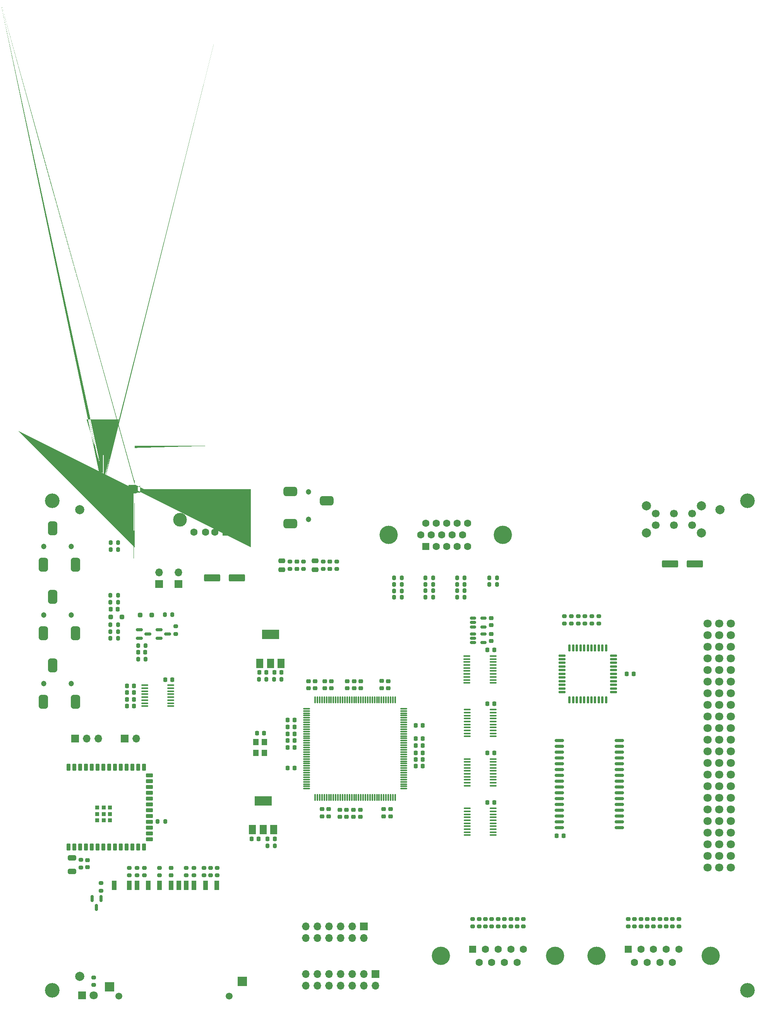
<source format=gts>
%TF.GenerationSoftware,KiCad,Pcbnew,(7.0.0)*%
%TF.CreationDate,2023-07-07T07:01:04-07:00*%
%TF.ProjectId,aquarius-plus,61717561-7269-4757-932d-706c75732e6b,rev?*%
%TF.SameCoordinates,Original*%
%TF.FileFunction,Soldermask,Top*%
%TF.FilePolarity,Negative*%
%FSLAX46Y46*%
G04 Gerber Fmt 4.6, Leading zero omitted, Abs format (unit mm)*
G04 Created by KiCad (PCBNEW (7.0.0)) date 2023-07-07 07:01:04*
%MOMM*%
%LPD*%
G01*
G04 APERTURE LIST*
G04 Aperture macros list*
%AMRoundRect*
0 Rectangle with rounded corners*
0 $1 Rounding radius*
0 $2 $3 $4 $5 $6 $7 $8 $9 X,Y pos of 4 corners*
0 Add a 4 corners polygon primitive as box body*
4,1,4,$2,$3,$4,$5,$6,$7,$8,$9,$2,$3,0*
0 Add four circle primitives for the rounded corners*
1,1,$1+$1,$2,$3*
1,1,$1+$1,$4,$5*
1,1,$1+$1,$6,$7*
1,1,$1+$1,$8,$9*
0 Add four rect primitives between the rounded corners*
20,1,$1+$1,$2,$3,$4,$5,0*
20,1,$1+$1,$4,$5,$6,$7,0*
20,1,$1+$1,$6,$7,$8,$9,0*
20,1,$1+$1,$8,$9,$2,$3,0*%
%AMFreePoly0*
4,1,205,1.200354,0.780354,1.200500,0.780000,1.200500,-0.775000,1.200354,-0.775354,1.200000,-0.775500,0.002000,-0.775500,0.001646,-0.775354,0.001500,-0.775000,0.001500,-0.774762,0.000000,-0.775000,-0.001500,-0.774762,-0.001500,-0.775000,-0.001503,-0.775009,-0.001500,-0.775020,-0.001580,-0.775194,-0.001646,-0.775354,-0.001655,-0.775357,-0.001660,-0.775368,-0.001839,-0.775433,-0.002000,-0.775500,
-0.002009,-0.775496,-0.002020,-0.775500,-0.027020,-0.774500,-0.027028,-0.774495,-0.027038,-0.774499,-0.053038,-0.772499,-0.053047,-0.772494,-0.053057,-0.772497,-0.079057,-0.769497,-0.079075,-0.769486,-0.079095,-0.769491,-0.105094,-0.764491,-0.105104,-0.764484,-0.105117,-0.764486,-0.130117,-0.758486,-0.130124,-0.758480,-0.130134,-0.758482,-0.155135,-0.751481,-0.155148,-0.751470,-0.155169,-0.751471,
-0.180169,-0.742470,-0.180177,-0.742462,-0.180192,-0.742462,-0.204192,-0.732462,-0.204198,-0.732455,-0.204208,-0.732455,-0.228208,-0.721455,-0.228223,-0.721437,-0.228246,-0.721435,-0.251246,-0.708435,-0.251248,-0.708431,-0.251254,-0.708431,-0.273254,-0.695430,-0.273267,-0.695412,-0.273291,-0.695407,-0.294291,-0.680407,-0.294295,-0.680400,-0.294303,-0.680398,-0.315303,-0.664398,-0.315310,-0.664385,
-0.315324,-0.664381,-0.335324,-0.647381,-0.335330,-0.647368,-0.335344,-0.647363,-0.354344,-0.629363,-0.354349,-0.629349,-0.354363,-0.629344,-0.372363,-0.610344,-0.372368,-0.610330,-0.372381,-0.610324,-0.389381,-0.590324,-0.389385,-0.590310,-0.389398,-0.590303,-0.405398,-0.569303,-0.405400,-0.569295,-0.405407,-0.569291,-0.420407,-0.548291,-0.420412,-0.548267,-0.420430,-0.548254,-0.433430,-0.526254,
-0.433430,-0.526249,-0.433435,-0.526246,-0.446435,-0.503246,-0.446437,-0.503224,-0.446454,-0.503209,-0.457455,-0.479208,-0.457455,-0.479198,-0.457462,-0.479192,-0.467462,-0.455192,-0.467462,-0.455178,-0.467470,-0.455170,-0.476470,-0.430169,-0.476469,-0.430150,-0.476481,-0.430135,-0.483481,-0.405135,-0.483479,-0.405125,-0.483486,-0.405117,-0.489486,-0.380117,-0.489484,-0.380104,-0.489491,-0.380094,
-0.494491,-0.354094,-0.494487,-0.354075,-0.494497,-0.354058,-0.497497,-0.328057,-0.497494,-0.328048,-0.497499,-0.328039,-0.499499,-0.302038,-0.499495,-0.302028,-0.499500,-0.302019,-0.500500,-0.275019,-0.500496,-0.275008,-0.500500,-0.275000,-0.500500,0.275000,-0.500496,0.275008,-0.500500,0.275019,-0.499500,0.301019,-0.499495,0.301028,-0.499499,0.301038,-0.497499,0.327039,-0.497494,0.327048,
-0.497497,0.327057,-0.494497,0.353058,-0.494487,0.353075,-0.494491,0.353094,-0.489491,0.379094,-0.489484,0.379104,-0.489486,0.379117,-0.483486,0.404117,-0.483482,0.404122,-0.483483,0.404130,-0.476483,0.430130,-0.476467,0.430150,-0.476468,0.430176,-0.467468,0.454176,-0.467462,0.454182,-0.467462,0.454192,-0.457462,0.478192,-0.457455,0.478198,-0.457455,0.478208,-0.446454,0.502209,
-0.446437,0.502224,-0.446435,0.502246,-0.433435,0.525246,-0.433424,0.525254,-0.433422,0.525268,-0.405422,0.569269,-0.405403,0.569281,-0.405398,0.569303,-0.389398,0.590303,-0.389385,0.590310,-0.389381,0.590324,-0.372381,0.610324,-0.372368,0.610330,-0.372363,0.610344,-0.354363,0.629344,-0.354349,0.629349,-0.354344,0.629363,-0.335344,0.647363,-0.335330,0.647368,-0.335324,0.647381,
-0.315324,0.664381,-0.315310,0.664385,-0.315303,0.664398,-0.294303,0.680398,-0.294280,0.680403,-0.294268,0.680422,-0.250268,0.708422,-0.250254,0.708424,-0.250246,0.708435,-0.227246,0.721435,-0.227223,0.721437,-0.227208,0.721455,-0.203208,0.732455,-0.203198,0.732455,-0.203192,0.732462,-0.179192,0.742462,-0.179182,0.742462,-0.179176,0.742468,-0.155176,0.751468,-0.155150,0.751467,
-0.155130,0.751483,-0.129130,0.758483,-0.129122,0.758482,-0.129117,0.758486,-0.104117,0.764486,-0.104104,0.764484,-0.104094,0.764491,-0.078095,0.769491,-0.078075,0.769486,-0.078057,0.769497,-0.052057,0.772497,-0.052047,0.772494,-0.052038,0.772499,-0.026038,0.774499,-0.026028,0.774495,-0.026019,0.774500,-0.000019,0.775500,-0.000008,0.775496,0.000000,0.775500,1.194500,0.775500,
1.194500,0.780000,1.194646,0.780354,1.195000,0.780500,1.200000,0.780500,1.200354,0.780354,1.200354,0.780354,$1*%
%AMFreePoly1*
4,1,205,-0.001646,0.775354,-0.001500,0.775000,-0.001500,0.774762,0.000000,0.775000,0.001500,0.774762,0.001500,0.775000,0.001503,0.775009,0.001500,0.775020,0.001580,0.775194,0.001646,0.775354,0.001655,0.775357,0.001660,0.775368,0.001839,0.775433,0.002000,0.775500,0.002009,0.775496,0.002020,0.775500,0.027020,0.774500,0.027028,0.774495,0.027038,0.774499,0.053039,0.772499,
0.053048,0.772494,0.053057,0.772497,0.079058,0.769497,0.079075,0.769487,0.079094,0.769491,0.105094,0.764491,0.105104,0.764484,0.105117,0.764486,0.130117,0.758486,0.130125,0.758479,0.130135,0.758481,0.155135,0.751481,0.155150,0.751469,0.155169,0.751470,0.180170,0.742470,0.180178,0.742462,0.180192,0.742462,0.204192,0.732462,0.204198,0.732455,0.204208,0.732455,
0.228209,0.721454,0.228224,0.721437,0.228246,0.721435,0.251246,0.708435,0.251249,0.708430,0.251254,0.708430,0.273254,0.695430,0.273267,0.695412,0.273291,0.695407,0.294291,0.680407,0.294295,0.680400,0.294303,0.680398,0.315303,0.664398,0.315310,0.664385,0.315324,0.664381,0.335324,0.647381,0.335330,0.647368,0.335344,0.647363,0.354344,0.629363,0.354349,0.629349,
0.354363,0.629344,0.372363,0.610344,0.372368,0.610330,0.372381,0.610324,0.389381,0.590324,0.389385,0.590310,0.389398,0.590303,0.405398,0.569303,0.405400,0.569295,0.405407,0.569291,0.420407,0.548291,0.420412,0.548267,0.420430,0.548254,0.433431,0.526254,0.433431,0.526248,0.433435,0.526246,0.446435,0.503246,0.446437,0.503223,0.446455,0.503208,0.457455,0.479208,
0.457455,0.479198,0.457462,0.479192,0.467462,0.455192,0.467462,0.455177,0.467470,0.455169,0.476471,0.430169,0.476470,0.430148,0.476481,0.430135,0.483482,0.405134,0.483480,0.405124,0.483486,0.405117,0.489486,0.380117,0.489484,0.380104,0.489491,0.380094,0.494491,0.354095,0.494486,0.354075,0.494497,0.354057,0.497497,0.328057,0.497494,0.328047,0.497499,0.328038,
0.499499,0.302038,0.499495,0.302028,0.499500,0.302019,0.500500,0.275018,0.500496,0.275008,0.500500,0.275000,0.500500,-0.275000,0.500496,-0.275008,0.500500,-0.275019,0.499500,-0.301019,0.499495,-0.301028,0.499499,-0.301038,0.497499,-0.327038,0.497494,-0.327047,0.497497,-0.327057,0.494497,-0.353057,0.494486,-0.353075,0.494491,-0.353095,0.489491,-0.379094,0.489484,-0.379104,
0.489486,-0.379117,0.483486,-0.404117,0.483482,-0.404122,0.483483,-0.404130,0.476483,-0.430130,0.476467,-0.430150,0.476468,-0.430176,0.467468,-0.454176,0.467462,-0.454182,0.467462,-0.454192,0.457462,-0.478192,0.457455,-0.478198,0.457455,-0.478208,0.446455,-0.502208,0.446437,-0.502223,0.446435,-0.502246,0.433435,-0.525246,0.433424,-0.525254,0.433422,-0.525268,0.405422,-0.569268,
0.405403,-0.569280,0.405398,-0.569303,0.389398,-0.590303,0.389385,-0.590310,0.389381,-0.590324,0.372381,-0.610324,0.372368,-0.610330,0.372363,-0.610344,0.354363,-0.629344,0.354349,-0.629349,0.354344,-0.629363,0.335344,-0.647363,0.335330,-0.647368,0.335324,-0.647381,0.315324,-0.664381,0.315310,-0.664385,0.315303,-0.664398,0.294303,-0.680398,0.294281,-0.680403,0.294269,-0.680422,
0.250268,-0.708422,0.250254,-0.708424,0.250246,-0.708435,0.227246,-0.721435,0.227224,-0.721437,0.227209,-0.721454,0.203208,-0.732455,0.203198,-0.732455,0.203192,-0.732462,0.179192,-0.742462,0.179182,-0.742462,0.179176,-0.742468,0.155176,-0.751468,0.155150,-0.751467,0.155130,-0.751483,0.129130,-0.758483,0.129122,-0.758482,0.129117,-0.758486,0.104117,-0.764486,0.104104,-0.764484,
0.104094,-0.764491,0.078094,-0.769491,0.078075,-0.769487,0.078058,-0.769497,0.052057,-0.772497,0.052048,-0.772494,0.052039,-0.772499,0.026038,-0.774499,0.026028,-0.774495,0.026019,-0.774500,0.000019,-0.775500,0.000008,-0.775496,0.000000,-0.775500,-1.194500,-0.775500,-1.194500,-0.780000,-1.194646,-0.780354,-1.195000,-0.780500,-1.200000,-0.780500,-1.200354,-0.780354,-1.200500,-0.780000,
-1.200500,0.775000,-1.200354,0.775354,-1.200000,0.775500,-0.002000,0.775500,-0.001646,0.775354,-0.001646,0.775354,$1*%
G04 Aperture macros list end*
%ADD10C,0.000100*%
%ADD11RoundRect,0.225000X0.250000X-0.225000X0.250000X0.225000X-0.250000X0.225000X-0.250000X-0.225000X0*%
%ADD12RoundRect,0.200000X0.275000X-0.200000X0.275000X0.200000X-0.275000X0.200000X-0.275000X-0.200000X0*%
%ADD13C,1.800000*%
%ADD14RoundRect,0.200000X-0.275000X0.200000X-0.275000X-0.200000X0.275000X-0.200000X0.275000X0.200000X0*%
%ADD15RoundRect,0.100000X-0.637500X-0.100000X0.637500X-0.100000X0.637500X0.100000X-0.637500X0.100000X0*%
%ADD16RoundRect,0.150000X0.875000X0.150000X-0.875000X0.150000X-0.875000X-0.150000X0.875000X-0.150000X0*%
%ADD17R,1.700000X1.700000*%
%ADD18O,1.700000X1.700000*%
%ADD19RoundRect,0.200000X-0.200000X-0.275000X0.200000X-0.275000X0.200000X0.275000X-0.200000X0.275000X0*%
%ADD20RoundRect,0.225000X-0.250000X0.225000X-0.250000X-0.225000X0.250000X-0.225000X0.250000X0.225000X0*%
%ADD21C,4.000000*%
%ADD22R,1.600000X1.600000*%
%ADD23C,1.600000*%
%ADD24R,1.500000X2.000000*%
%ADD25R,3.800000X2.000000*%
%ADD26RoundRect,0.075000X-0.075000X0.662500X-0.075000X-0.662500X0.075000X-0.662500X0.075000X0.662500X0*%
%ADD27RoundRect,0.075000X-0.662500X0.075000X-0.662500X-0.075000X0.662500X-0.075000X0.662500X0.075000X0*%
%ADD28C,3.200000*%
%ADD29RoundRect,0.225000X0.225000X0.250000X-0.225000X0.250000X-0.225000X-0.250000X0.225000X-0.250000X0*%
%ADD30RoundRect,0.225000X-0.225000X-0.250000X0.225000X-0.250000X0.225000X0.250000X-0.225000X0.250000X0*%
%ADD31RoundRect,0.250000X0.475000X-0.250000X0.475000X0.250000X-0.475000X0.250000X-0.475000X-0.250000X0*%
%ADD32RoundRect,0.150000X-0.587500X-0.150000X0.587500X-0.150000X0.587500X0.150000X-0.587500X0.150000X0*%
%ADD33RoundRect,0.200000X0.200000X0.275000X-0.200000X0.275000X-0.200000X-0.275000X0.200000X-0.275000X0*%
%ADD34C,1.200000*%
%ADD35RoundRect,0.500000X0.500000X-1.000000X0.500000X1.000000X-0.500000X1.000000X-0.500000X-1.000000X0*%
%ADD36C,2.000000*%
%ADD37C,1.700000*%
%ADD38R,0.400000X1.350000*%
%ADD39FreePoly0,180.000000*%
%ADD40O,1.300000X0.650000*%
%ADD41R,1.500000X1.550000*%
%ADD42FreePoly1,180.000000*%
%ADD43C,1.500000*%
%ADD44R,1.000000X2.000000*%
%ADD45RoundRect,0.000000X-0.500000X-1.000000X0.500000X-1.000000X0.500000X1.000000X-0.500000X1.000000X0*%
%ADD46R,2.000000X2.000000*%
%ADD47RoundRect,0.150000X-0.512500X-0.150000X0.512500X-0.150000X0.512500X0.150000X-0.512500X0.150000X0*%
%ADD48RoundRect,0.137500X0.600000X0.137500X-0.600000X0.137500X-0.600000X-0.137500X0.600000X-0.137500X0*%
%ADD49RoundRect,0.137500X0.137500X0.600000X-0.137500X0.600000X-0.137500X-0.600000X0.137500X-0.600000X0*%
%ADD50R,1.600000X1.500000*%
%ADD51C,3.000000*%
%ADD52R,1.800000X1.800000*%
%ADD53RoundRect,0.250000X1.500000X0.550000X-1.500000X0.550000X-1.500000X-0.550000X1.500000X-0.550000X0*%
%ADD54RoundRect,0.250000X0.250000X0.250000X-0.250000X0.250000X-0.250000X-0.250000X0.250000X-0.250000X0*%
%ADD55R,1.200000X1.400000*%
%ADD56RoundRect,0.250000X-0.650000X0.325000X-0.650000X-0.325000X0.650000X-0.325000X0.650000X0.325000X0*%
%ADD57RoundRect,0.500000X-1.000000X-0.500000X1.000000X-0.500000X1.000000X0.500000X-1.000000X0.500000X0*%
%ADD58RoundRect,0.225000X0.225000X0.525000X-0.225000X0.525000X-0.225000X-0.525000X0.225000X-0.525000X0*%
%ADD59RoundRect,0.225000X-0.525000X0.225000X-0.525000X-0.225000X0.525000X-0.225000X0.525000X0.225000X0*%
%ADD60RoundRect,0.225000X-0.225000X-0.525000X0.225000X-0.525000X0.225000X0.525000X-0.225000X0.525000X0*%
%ADD61RoundRect,0.225000X-0.225000X-0.225000X0.225000X-0.225000X0.225000X0.225000X-0.225000X0.225000X0*%
%ADD62RoundRect,0.150000X-0.150000X0.587500X-0.150000X-0.587500X0.150000X-0.587500X0.150000X0.587500X0*%
G04 APERTURE END LIST*
%TO.C,J1*%
G36*
X87093152Y-35585469D02*
G01*
X87119152Y-35587469D01*
X87145152Y-35590469D01*
X87171152Y-35595469D01*
X87196152Y-35601469D01*
X87222152Y-35608469D01*
X87246152Y-35617469D01*
X87270152Y-35627469D01*
X87294152Y-35638469D01*
X87317152Y-35651469D01*
X87339152Y-35665469D01*
X87361152Y-35679469D01*
X87382152Y-35695469D01*
X87402152Y-35712469D01*
X87421152Y-35730469D01*
X87439152Y-35749469D01*
X87456152Y-35769469D01*
X87472152Y-35790469D01*
X87486152Y-35812469D01*
X87500152Y-35834469D01*
X87513152Y-35857469D01*
X87524152Y-35881469D01*
X87534152Y-35905469D01*
X87543152Y-35929469D01*
X87550152Y-35955469D01*
X87556152Y-35980469D01*
X87561152Y-36006469D01*
X87564152Y-36032469D01*
X87566152Y-36058469D01*
X87567152Y-36084469D01*
X87567152Y-36834469D01*
X87566152Y-36860469D01*
X87564152Y-36886469D01*
X87561152Y-36912469D01*
X87556152Y-36938469D01*
X87550152Y-36963469D01*
X87543152Y-36989469D01*
X87534152Y-37013469D01*
X87524152Y-37037469D01*
X87513152Y-37061469D01*
X87500152Y-37084469D01*
X87486152Y-37106469D01*
X87472152Y-37128469D01*
X87456152Y-37149469D01*
X87439152Y-37169469D01*
X87421152Y-37188469D01*
X87402152Y-37206469D01*
X87382152Y-37223469D01*
X87361152Y-37239469D01*
X87339152Y-37253469D01*
X87317152Y-37267469D01*
X87294152Y-37280469D01*
X87270152Y-37291469D01*
X87246152Y-37301469D01*
X87222152Y-37310469D01*
X87196152Y-37317469D01*
X87171152Y-37323469D01*
X87145152Y-37328469D01*
X87119152Y-37331469D01*
X87093152Y-37333469D01*
X87067152Y-37334469D01*
X85667152Y-37334469D01*
X85667152Y-35584469D01*
X87067152Y-35584469D01*
X87093152Y-35585469D01*
G37*
D10*
X87093152Y-35585469D02*
X87119152Y-35587469D01*
X87145152Y-35590469D01*
X87171152Y-35595469D01*
X87196152Y-35601469D01*
X87222152Y-35608469D01*
X87246152Y-35617469D01*
X87270152Y-35627469D01*
X87294152Y-35638469D01*
X87317152Y-35651469D01*
X87339152Y-35665469D01*
X87361152Y-35679469D01*
X87382152Y-35695469D01*
X87402152Y-35712469D01*
X87421152Y-35730469D01*
X87439152Y-35749469D01*
X87456152Y-35769469D01*
X87472152Y-35790469D01*
X87486152Y-35812469D01*
X87500152Y-35834469D01*
X87513152Y-35857469D01*
X87524152Y-35881469D01*
X87534152Y-35905469D01*
X87543152Y-35929469D01*
X87550152Y-35955469D01*
X87556152Y-35980469D01*
X87561152Y-36006469D01*
X87564152Y-36032469D01*
X87566152Y-36058469D01*
X87567152Y-36084469D01*
X87567152Y-36834469D01*
X87566152Y-36860469D01*
X87564152Y-36886469D01*
X87561152Y-36912469D01*
X87556152Y-36938469D01*
X87550152Y-36963469D01*
X87543152Y-36989469D01*
X87534152Y-37013469D01*
X87524152Y-37037469D01*
X87513152Y-37061469D01*
X87500152Y-37084469D01*
X87486152Y-37106469D01*
X87472152Y-37128469D01*
X87456152Y-37149469D01*
X87439152Y-37169469D01*
X87421152Y-37188469D01*
X87402152Y-37206469D01*
X87382152Y-37223469D01*
X87361152Y-37239469D01*
X87339152Y-37253469D01*
X87317152Y-37267469D01*
X87294152Y-37280469D01*
X87270152Y-37291469D01*
X87246152Y-37301469D01*
X87222152Y-37310469D01*
X87196152Y-37317469D01*
X87171152Y-37323469D01*
X87145152Y-37328469D01*
X87119152Y-37331469D01*
X87093152Y-37333469D01*
X87067152Y-37334469D01*
X85667152Y-37334469D01*
X85667152Y-35584469D01*
X87067152Y-35584469D01*
X87093152Y-35585469D01*
G36*
X81267152Y-37334469D02*
G01*
X79867152Y-37334469D01*
X79841152Y-37333469D01*
X79815152Y-37331469D01*
X79789152Y-37328469D01*
X79763152Y-37323469D01*
X79738152Y-37317469D01*
X79712152Y-37310469D01*
X79688152Y-37301469D01*
X79664152Y-37291469D01*
X79640152Y-37280469D01*
X79617152Y-37267469D01*
X79595152Y-37253469D01*
X79573152Y-37239469D01*
X79552152Y-37223469D01*
X79532152Y-37206469D01*
X79513152Y-37188469D01*
X79495152Y-37169469D01*
X79478152Y-37149469D01*
X79462152Y-37128469D01*
X79448152Y-37106469D01*
X79434152Y-37084469D01*
X79421152Y-37061469D01*
X79410152Y-37037469D01*
X79400152Y-37013469D01*
X79391152Y-36989469D01*
X79384152Y-36963469D01*
X79378152Y-36938469D01*
X79373152Y-36912469D01*
X79370152Y-36886469D01*
X79368152Y-36860469D01*
X79367152Y-36834469D01*
X79367152Y-36084469D01*
X79368152Y-36058469D01*
X79370152Y-36032469D01*
X79373152Y-36006469D01*
X79378152Y-35980469D01*
X79384152Y-35955469D01*
X79391152Y-35929469D01*
X79400152Y-35905469D01*
X79410152Y-35881469D01*
X79421152Y-35857469D01*
X79434152Y-35834469D01*
X79448152Y-35812469D01*
X79462152Y-35790469D01*
X79478152Y-35769469D01*
X79495152Y-35749469D01*
X79513152Y-35730469D01*
X79532152Y-35712469D01*
X79552152Y-35695469D01*
X79573152Y-35679469D01*
X79595152Y-35665469D01*
X79617152Y-35651469D01*
X79640152Y-35638469D01*
X79664152Y-35627469D01*
X79688152Y-35617469D01*
X79712152Y-35608469D01*
X79738152Y-35601469D01*
X79763152Y-35595469D01*
X79789152Y-35590469D01*
X79815152Y-35587469D01*
X79841152Y-35585469D01*
X79867152Y-35584469D01*
X81267152Y-35584469D01*
X81267152Y-37334469D01*
G37*
X81267152Y-37334469D02*
X79867152Y-37334469D01*
X79841152Y-37333469D01*
X79815152Y-37331469D01*
X79789152Y-37328469D01*
X79763152Y-37323469D01*
X79738152Y-37317469D01*
X79712152Y-37310469D01*
X79688152Y-37301469D01*
X79664152Y-37291469D01*
X79640152Y-37280469D01*
X79617152Y-37267469D01*
X79595152Y-37253469D01*
X79573152Y-37239469D01*
X79552152Y-37223469D01*
X79532152Y-37206469D01*
X79513152Y-37188469D01*
X79495152Y-37169469D01*
X79478152Y-37149469D01*
X79462152Y-37128469D01*
X79448152Y-37106469D01*
X79434152Y-37084469D01*
X79421152Y-37061469D01*
X79410152Y-37037469D01*
X79400152Y-37013469D01*
X79391152Y-36989469D01*
X79384152Y-36963469D01*
X79378152Y-36938469D01*
X79373152Y-36912469D01*
X79370152Y-36886469D01*
X79368152Y-36860469D01*
X79367152Y-36834469D01*
X79367152Y-36084469D01*
X79368152Y-36058469D01*
X79370152Y-36032469D01*
X79373152Y-36006469D01*
X79378152Y-35980469D01*
X79384152Y-35955469D01*
X79391152Y-35929469D01*
X79400152Y-35905469D01*
X79410152Y-35881469D01*
X79421152Y-35857469D01*
X79434152Y-35834469D01*
X79448152Y-35812469D01*
X79462152Y-35790469D01*
X79478152Y-35769469D01*
X79495152Y-35749469D01*
X79513152Y-35730469D01*
X79532152Y-35712469D01*
X79552152Y-35695469D01*
X79573152Y-35679469D01*
X79595152Y-35665469D01*
X79617152Y-35651469D01*
X79640152Y-35638469D01*
X79664152Y-35627469D01*
X79688152Y-35617469D01*
X79712152Y-35608469D01*
X79738152Y-35601469D01*
X79763152Y-35595469D01*
X79789152Y-35590469D01*
X79815152Y-35587469D01*
X79841152Y-35585469D01*
X79867152Y-35584469D01*
X81267152Y-35584469D01*
X81267152Y-37334469D01*
%TD*%
D11*
%TO.C,C21*%
X140997000Y-79981200D03*
X140997000Y-78431200D03*
%TD*%
D12*
%TO.C,R66*%
X204645000Y-132080000D03*
X204645000Y-130430000D03*
%TD*%
D13*
%TO.C,J7*%
X214825000Y-65830000D03*
X212285000Y-65830000D03*
X217365000Y-65830000D03*
X214825000Y-68370000D03*
X212285000Y-68370000D03*
X217365000Y-68370000D03*
X214825000Y-70910000D03*
X212285000Y-70910000D03*
X217365000Y-70910000D03*
X214825000Y-73450000D03*
X212285000Y-73450000D03*
X217365000Y-73450000D03*
X214825000Y-75990000D03*
X212285000Y-75990000D03*
X217365000Y-75990000D03*
X214825000Y-78530000D03*
X212285000Y-78530000D03*
X217365000Y-78530000D03*
X214825000Y-81070000D03*
X212285000Y-81070000D03*
X217365000Y-81070000D03*
X214825000Y-83610000D03*
X212285000Y-83610000D03*
X217365000Y-83610000D03*
X214825000Y-86150000D03*
X212285000Y-86150000D03*
X217365000Y-86150000D03*
X214825000Y-88690000D03*
X212285000Y-88690000D03*
X217365000Y-88690000D03*
X214825000Y-91230000D03*
X212285000Y-91230000D03*
X217365000Y-91230000D03*
X214825000Y-93770000D03*
X212285000Y-93770000D03*
X217365000Y-93770000D03*
X214825000Y-96310000D03*
X212285000Y-96310000D03*
X217365000Y-96310000D03*
X214825000Y-98850000D03*
X212285000Y-98850000D03*
X217365000Y-98850000D03*
X214825000Y-101390000D03*
X212285000Y-101390000D03*
X217365000Y-101390000D03*
X214825000Y-103930000D03*
X212285000Y-103930000D03*
X217365000Y-103930000D03*
X214825000Y-106470000D03*
X212285000Y-106470000D03*
X217365000Y-106470000D03*
X214825000Y-109010000D03*
X212285000Y-109010000D03*
X217365000Y-109010000D03*
X214825000Y-111550000D03*
X212285000Y-111550000D03*
X217365000Y-111550000D03*
X214825000Y-114090000D03*
X212285000Y-114090000D03*
X217365000Y-114090000D03*
X214825000Y-116630000D03*
X212285000Y-116630000D03*
X217365000Y-116630000D03*
X214825000Y-119170000D03*
X212285000Y-119170000D03*
X217365000Y-119170000D03*
%TD*%
D14*
%TO.C,R24*%
X182497500Y-64238100D03*
X182497500Y-65888100D03*
%TD*%
D12*
%TO.C,R49*%
X75200000Y-119175000D03*
X75200000Y-117525000D03*
%TD*%
D15*
%TO.C,U5*%
X89194200Y-79361700D03*
X89194200Y-80011700D03*
X89194200Y-80661700D03*
X89194200Y-81311700D03*
X89194200Y-81961700D03*
X89194200Y-82611700D03*
X89194200Y-83261700D03*
X89194200Y-83911700D03*
X94919200Y-83911700D03*
X94919200Y-83261700D03*
X94919200Y-82611700D03*
X94919200Y-81961700D03*
X94919200Y-81311700D03*
X94919200Y-80661700D03*
X94919200Y-80011700D03*
X94919200Y-79361700D03*
%TD*%
D16*
%TO.C,U13*%
X192972700Y-110490000D03*
X192972700Y-109220000D03*
X192972700Y-107950000D03*
X192972700Y-106680000D03*
X192972700Y-105410000D03*
X192972700Y-104140000D03*
X192972700Y-102870000D03*
X192972700Y-101600000D03*
X192972700Y-100330000D03*
X192972700Y-99060000D03*
X192972700Y-97790000D03*
X192972700Y-96520000D03*
X192972700Y-95250000D03*
X192972700Y-93980000D03*
X192972700Y-92710000D03*
X192972700Y-91440000D03*
X179872700Y-91440000D03*
X179872700Y-92710000D03*
X179872700Y-93980000D03*
X179872700Y-95250000D03*
X179872700Y-96520000D03*
X179872700Y-97790000D03*
X179872700Y-99060000D03*
X179872700Y-100330000D03*
X179872700Y-101600000D03*
X179872700Y-102870000D03*
X179872700Y-104140000D03*
X179872700Y-105410000D03*
X179872700Y-106680000D03*
X179872700Y-107950000D03*
X179872700Y-109220000D03*
X179872700Y-110490000D03*
%TD*%
D17*
%TO.C,JP3*%
X84804199Y-91006999D03*
D18*
X87344199Y-91006999D03*
%TD*%
D14*
%TO.C,R47*%
X103611700Y-119273200D03*
X103611700Y-120923200D03*
%TD*%
D12*
%TO.C,R53*%
X165100000Y-132080000D03*
X165100000Y-130430000D03*
%TD*%
D19*
%TO.C,R20*%
X150609500Y-60120100D03*
X152259500Y-60120100D03*
%TD*%
%TO.C,R13*%
X157494300Y-57282000D03*
X159144300Y-57282000D03*
%TD*%
D20*
%TO.C,C46*%
X136350000Y-106562500D03*
X136350000Y-108112500D03*
%TD*%
D21*
%TO.C,J11*%
X187990000Y-138489700D03*
X212990000Y-138489700D03*
D22*
X194949999Y-137069699D03*
D23*
X197720000Y-137069700D03*
X200490000Y-137069700D03*
X203260000Y-137069700D03*
X206030000Y-137069700D03*
X196335000Y-139909700D03*
X199105000Y-139909700D03*
X201875000Y-139909700D03*
X204645000Y-139909700D03*
%TD*%
D12*
%TO.C,R64*%
X201875000Y-132080000D03*
X201875000Y-130430000D03*
%TD*%
%TO.C,R54*%
X166490000Y-132080000D03*
X166490000Y-130430000D03*
%TD*%
D11*
%TO.C,C4*%
X129699400Y-53898800D03*
X129699400Y-52348800D03*
%TD*%
D24*
%TO.C,U3*%
X114393326Y-74549999D03*
X116693326Y-74549999D03*
D25*
X116693326Y-68249999D03*
D24*
X118993326Y-74549999D03*
%TD*%
D20*
%TO.C,C52*%
X134850000Y-106562500D03*
X134850000Y-108112500D03*
%TD*%
D14*
%TO.C,R46*%
X102150300Y-119272500D03*
X102150300Y-120922500D03*
%TD*%
D26*
%TO.C,U6*%
X143970000Y-82550000D03*
X143470000Y-82550000D03*
X142970000Y-82550000D03*
X142470000Y-82550000D03*
X141970000Y-82550000D03*
X141470000Y-82550000D03*
X140970000Y-82550000D03*
X140470000Y-82550000D03*
X139970000Y-82550000D03*
X139470000Y-82550000D03*
X138970000Y-82550000D03*
X138470000Y-82550000D03*
X137970000Y-82550000D03*
X137470000Y-82550000D03*
X136970000Y-82550000D03*
X136470000Y-82550000D03*
X135970000Y-82550000D03*
X135470000Y-82550000D03*
X134970000Y-82550000D03*
X134470000Y-82550000D03*
X133970000Y-82550000D03*
X133470000Y-82550000D03*
X132970000Y-82550000D03*
X132470000Y-82550000D03*
X131970000Y-82550000D03*
X131470000Y-82550000D03*
X130970000Y-82550000D03*
X130470000Y-82550000D03*
X129970000Y-82550000D03*
X129470000Y-82550000D03*
X128970000Y-82550000D03*
X128470000Y-82550000D03*
X127970000Y-82550000D03*
X127470000Y-82550000D03*
X126970000Y-82550000D03*
X126470000Y-82550000D03*
D27*
X124557500Y-84462500D03*
X124557500Y-84962500D03*
X124557500Y-85462500D03*
X124557500Y-85962500D03*
X124557500Y-86462500D03*
X124557500Y-86962500D03*
X124557500Y-87462500D03*
X124557500Y-87962500D03*
X124557500Y-88462500D03*
X124557500Y-88962500D03*
X124557500Y-89462500D03*
X124557500Y-89962500D03*
X124557500Y-90462500D03*
X124557500Y-90962500D03*
X124557500Y-91462500D03*
X124557500Y-91962500D03*
X124557500Y-92462500D03*
X124557500Y-92962500D03*
X124557500Y-93462500D03*
X124557500Y-93962500D03*
X124557500Y-94462500D03*
X124557500Y-94962500D03*
X124557500Y-95462500D03*
X124557500Y-95962500D03*
X124557500Y-96462500D03*
X124557500Y-96962500D03*
X124557500Y-97462500D03*
X124557500Y-97962500D03*
X124557500Y-98462500D03*
X124557500Y-98962500D03*
X124557500Y-99462500D03*
X124557500Y-99962500D03*
X124557500Y-100462500D03*
X124557500Y-100962500D03*
X124557500Y-101462500D03*
X124557500Y-101962500D03*
D26*
X126470000Y-103875000D03*
X126970000Y-103875000D03*
X127470000Y-103875000D03*
X127970000Y-103875000D03*
X128470000Y-103875000D03*
X128970000Y-103875000D03*
X129470000Y-103875000D03*
X129970000Y-103875000D03*
X130470000Y-103875000D03*
X130970000Y-103875000D03*
X131470000Y-103875000D03*
X131970000Y-103875000D03*
X132470000Y-103875000D03*
X132970000Y-103875000D03*
X133470000Y-103875000D03*
X133970000Y-103875000D03*
X134470000Y-103875000D03*
X134970000Y-103875000D03*
X135470000Y-103875000D03*
X135970000Y-103875000D03*
X136470000Y-103875000D03*
X136970000Y-103875000D03*
X137470000Y-103875000D03*
X137970000Y-103875000D03*
X138470000Y-103875000D03*
X138970000Y-103875000D03*
X139470000Y-103875000D03*
X139970000Y-103875000D03*
X140470000Y-103875000D03*
X140970000Y-103875000D03*
X141470000Y-103875000D03*
X141970000Y-103875000D03*
X142470000Y-103875000D03*
X142970000Y-103875000D03*
X143470000Y-103875000D03*
X143970000Y-103875000D03*
D27*
X145882500Y-101962500D03*
X145882500Y-101462500D03*
X145882500Y-100962500D03*
X145882500Y-100462500D03*
X145882500Y-99962500D03*
X145882500Y-99462500D03*
X145882500Y-98962500D03*
X145882500Y-98462500D03*
X145882500Y-97962500D03*
X145882500Y-97462500D03*
X145882500Y-96962500D03*
X145882500Y-96462500D03*
X145882500Y-95962500D03*
X145882500Y-95462500D03*
X145882500Y-94962500D03*
X145882500Y-94462500D03*
X145882500Y-93962500D03*
X145882500Y-93462500D03*
X145882500Y-92962500D03*
X145882500Y-92462500D03*
X145882500Y-91962500D03*
X145882500Y-91462500D03*
X145882500Y-90962500D03*
X145882500Y-90462500D03*
X145882500Y-89962500D03*
X145882500Y-89462500D03*
X145882500Y-88962500D03*
X145882500Y-88462500D03*
X145882500Y-87962500D03*
X145882500Y-87462500D03*
X145882500Y-86962500D03*
X145882500Y-86462500D03*
X145882500Y-85962500D03*
X145882500Y-85462500D03*
X145882500Y-84962500D03*
X145882500Y-84462500D03*
%TD*%
D28*
%TO.C,H4*%
X221000000Y-146000000D03*
%TD*%
D19*
%TO.C,R15*%
X143738600Y-58716700D03*
X145388600Y-58716700D03*
%TD*%
D28*
%TO.C,H3*%
X69000000Y-146000000D03*
%TD*%
D14*
%TO.C,R25*%
X184000000Y-64238100D03*
X184000000Y-65888100D03*
%TD*%
D17*
%TO.C,JP1*%
X92349199Y-57250999D03*
D18*
X92349199Y-54710999D03*
%TD*%
D12*
%TO.C,R59*%
X194950000Y-132080000D03*
X194950000Y-130430000D03*
%TD*%
D29*
%TO.C,C47*%
X114100000Y-112925600D03*
X112550000Y-112925600D03*
%TD*%
D20*
%TO.C,C35*%
X133350000Y-106575000D03*
X133350000Y-108125000D03*
%TD*%
D30*
%TO.C,C55*%
X179296800Y-112226000D03*
X180846800Y-112226000D03*
%TD*%
D11*
%TO.C,C20*%
X125000000Y-79983800D03*
X125000000Y-78433800D03*
%TD*%
D31*
%TO.C,C3*%
X126449400Y-54073800D03*
X126449400Y-52173800D03*
%TD*%
D14*
%TO.C,R23*%
X181000000Y-64238100D03*
X181000000Y-65888100D03*
%TD*%
D19*
%TO.C,R22*%
X81675000Y-61200000D03*
X83325000Y-61200000D03*
%TD*%
D32*
%TO.C,Q2*%
X92300000Y-67200000D03*
X92300000Y-69100000D03*
X94175000Y-68150000D03*
%TD*%
D11*
%TO.C,C19*%
X136470000Y-79987500D03*
X136470000Y-78437500D03*
%TD*%
D12*
%TO.C,R4*%
X123945700Y-53957300D03*
X123945700Y-52307300D03*
%TD*%
D33*
%TO.C,R1*%
X83375000Y-48202700D03*
X81725000Y-48202700D03*
%TD*%
D34*
%TO.C,J6*%
X67100000Y-64000000D03*
X73100000Y-64000000D03*
D35*
X69020000Y-60000000D03*
X67020000Y-68000000D03*
X74020000Y-68000000D03*
%TD*%
D17*
%TO.C,J10*%
X137159999Y-132079999D03*
D18*
X137159999Y-134619999D03*
X134619999Y-132079999D03*
X134619999Y-134619999D03*
X132079999Y-132079999D03*
X132079999Y-134619999D03*
X129539999Y-132079999D03*
X129539999Y-134619999D03*
X126999999Y-132079999D03*
X126999999Y-134619999D03*
X124459999Y-132079999D03*
X124459999Y-134619999D03*
%TD*%
D19*
%TO.C,R18*%
X81675000Y-59690000D03*
X83325000Y-59690000D03*
%TD*%
D11*
%TO.C,C56*%
X94954900Y-120871400D03*
X94954900Y-119321400D03*
%TD*%
D29*
%TO.C,C48*%
X117625000Y-112925600D03*
X116075000Y-112925600D03*
%TD*%
D12*
%TO.C,R58*%
X172030000Y-132080000D03*
X172030000Y-130430000D03*
%TD*%
D29*
%TO.C,C45*%
X165685000Y-104941400D03*
X164135000Y-104941400D03*
%TD*%
D36*
%TO.C,FID1*%
X75000000Y-41000000D03*
%TD*%
D12*
%TO.C,R57*%
X170645000Y-132080000D03*
X170645000Y-130430000D03*
%TD*%
D19*
%TO.C,R33*%
X81675000Y-69100000D03*
X83325000Y-69100000D03*
%TD*%
D29*
%TO.C,C25*%
X86829400Y-79510100D03*
X85279400Y-79510100D03*
%TD*%
D36*
%TO.C,SW1*%
X210957500Y-46082500D03*
X210957500Y-40082500D03*
X198957500Y-46082500D03*
X198957500Y-40082500D03*
D37*
X208957500Y-44332500D03*
X204957500Y-44332500D03*
X200957500Y-44332500D03*
X208957500Y-41832500D03*
X204957500Y-41832500D03*
X200957500Y-41832500D03*
%TD*%
D29*
%TO.C,C26*%
X86825600Y-80962600D03*
X85275600Y-80962600D03*
%TD*%
D19*
%TO.C,R14*%
X164581300Y-57279100D03*
X166231300Y-57279100D03*
%TD*%
%TO.C,R39*%
X116025000Y-114425600D03*
X117675000Y-114425600D03*
%TD*%
%TO.C,R9*%
X157494300Y-55864900D03*
X159144300Y-55864900D03*
%TD*%
D29*
%TO.C,C41*%
X165685000Y-94131400D03*
X164135000Y-94131400D03*
%TD*%
D14*
%TO.C,R44*%
X98282900Y-119254000D03*
X98282900Y-120904000D03*
%TD*%
D29*
%TO.C,C30*%
X121995000Y-86962500D03*
X120445000Y-86962500D03*
%TD*%
D14*
%TO.C,R3*%
X120949400Y-52298800D03*
X120949400Y-53948800D03*
%TD*%
D11*
%TO.C,C15*%
X128550000Y-79987500D03*
X128550000Y-78437500D03*
%TD*%
D19*
%TO.C,R11*%
X143738600Y-57298300D03*
X145388600Y-57298300D03*
%TD*%
D17*
%TO.C,JP4*%
X73999999Y-90999999D03*
D18*
X76539999Y-90999999D03*
X79079999Y-90999999D03*
%TD*%
D30*
%TO.C,C40*%
X148445000Y-94100002D03*
X149995000Y-94100002D03*
%TD*%
D19*
%TO.C,R34*%
X87725000Y-73650000D03*
X89375000Y-73650000D03*
%TD*%
D38*
%TO.C,J1*%
X84767151Y-39159468D03*
X84117151Y-39159468D03*
X83467151Y-39159468D03*
X82817151Y-39159468D03*
X82167151Y-39159468D03*
D39*
X86967152Y-36459469D03*
D40*
X85967151Y-39159468D03*
D41*
X84467151Y-36459468D03*
X82467151Y-36459468D03*
D40*
X80967151Y-39159468D03*
D42*
X79967152Y-36459469D03*
%TD*%
D12*
%TO.C,R40*%
X85835800Y-120921600D03*
X85835800Y-119271600D03*
%TD*%
D14*
%TO.C,R27*%
X187000000Y-64225000D03*
X187000000Y-65875000D03*
%TD*%
D24*
%TO.C,U11*%
X112777499Y-110925599D03*
X115077499Y-110925599D03*
D25*
X115077499Y-104625599D03*
D24*
X117377499Y-110925599D03*
%TD*%
D29*
%TO.C,C33*%
X121983000Y-88476400D03*
X120433000Y-88476400D03*
%TD*%
D19*
%TO.C,R16*%
X150608400Y-58697000D03*
X152258400Y-58697000D03*
%TD*%
D29*
%TO.C,C29*%
X165685000Y-83351400D03*
X164135000Y-83351400D03*
%TD*%
D33*
%TO.C,R31*%
X83325000Y-67600000D03*
X81675000Y-67600000D03*
%TD*%
D17*
%TO.C,J13*%
X139699999Y-142499999D03*
D18*
X139699999Y-145039999D03*
X137159999Y-142499999D03*
X137159999Y-145039999D03*
X134619999Y-142499999D03*
X134619999Y-145039999D03*
X132079999Y-142499999D03*
X132079999Y-145039999D03*
X129539999Y-142499999D03*
X129539999Y-145039999D03*
X126999999Y-142499999D03*
X126999999Y-145039999D03*
X124459999Y-142499999D03*
X124459999Y-145039999D03*
%TD*%
D17*
%TO.C,JP2*%
X96589199Y-57250999D03*
D18*
X96589199Y-54710999D03*
%TD*%
D30*
%TO.C,C42*%
X148450000Y-95600000D03*
X150000000Y-95600000D03*
%TD*%
D34*
%TO.C,J8*%
X67100000Y-79000000D03*
X73100000Y-79000000D03*
D35*
X69020000Y-75000000D03*
X67020000Y-83000000D03*
X74020000Y-83000000D03*
%TD*%
D32*
%TO.C,Q1*%
X88012500Y-67200000D03*
X88012500Y-69100000D03*
X89887500Y-68150000D03*
%TD*%
D19*
%TO.C,R17*%
X157490500Y-58693000D03*
X159140500Y-58693000D03*
%TD*%
D20*
%TO.C,C49*%
X127970000Y-106437500D03*
X127970000Y-107987500D03*
%TD*%
D19*
%TO.C,R21*%
X157494300Y-60128100D03*
X159144300Y-60128100D03*
%TD*%
D12*
%TO.C,R51*%
X162335000Y-132080000D03*
X162335000Y-130430000D03*
%TD*%
D36*
%TO.C,FID3*%
X75000000Y-143000000D03*
%TD*%
D19*
%TO.C,R36*%
X114181627Y-78049300D03*
X115831627Y-78049300D03*
%TD*%
D20*
%TO.C,C57*%
X76659700Y-117575400D03*
X76659700Y-119125400D03*
%TD*%
D12*
%TO.C,R60*%
X196335000Y-132080000D03*
X196335000Y-130430000D03*
%TD*%
%TO.C,R68*%
X79650000Y-124275000D03*
X79650000Y-122625000D03*
%TD*%
D19*
%TO.C,R32*%
X81675000Y-66100000D03*
X83325000Y-66100000D03*
%TD*%
D14*
%TO.C,R69*%
X78000000Y-143225000D03*
X78000000Y-144875000D03*
%TD*%
D43*
%TO.C,J9*%
X83500000Y-147320000D03*
X107700000Y-147320000D03*
D44*
X102459999Y-123069999D03*
X99959999Y-123069999D03*
X96649999Y-123069999D03*
X94939999Y-123069999D03*
X92439999Y-123069999D03*
X89939999Y-123069999D03*
X87519999Y-123069999D03*
X85819999Y-123069999D03*
X104959999Y-123069999D03*
D45*
X98280000Y-123070000D03*
D44*
X82539999Y-123069999D03*
D46*
X110534999Y-144119999D03*
X81464999Y-145319999D03*
%TD*%
D47*
%TO.C,U2*%
X161035274Y-64686262D03*
X161035274Y-65636262D03*
X161035274Y-66586262D03*
X163310274Y-66586262D03*
X163310274Y-64686262D03*
%TD*%
D12*
%TO.C,R56*%
X169260000Y-132080000D03*
X169260000Y-130430000D03*
%TD*%
D14*
%TO.C,R43*%
X92411000Y-119257600D03*
X92411000Y-120907600D03*
%TD*%
D30*
%TO.C,C24*%
X194621300Y-76871400D03*
X196171300Y-76871400D03*
%TD*%
D14*
%TO.C,R26*%
X185500000Y-64238100D03*
X185500000Y-65888100D03*
%TD*%
D48*
%TO.C,U7*%
X191770000Y-80848100D03*
X191770000Y-80048100D03*
X191770000Y-79248100D03*
X191770000Y-78448100D03*
X191770000Y-77648100D03*
X191770000Y-76848100D03*
X191770000Y-76048100D03*
X191770000Y-75248100D03*
X191770000Y-74448100D03*
X191770000Y-73648100D03*
X191770000Y-72848100D03*
D49*
X190107500Y-71185600D03*
X189307500Y-71185600D03*
X188507500Y-71185600D03*
X187707500Y-71185600D03*
X186907500Y-71185600D03*
X186107500Y-71185600D03*
X185307500Y-71185600D03*
X184507500Y-71185600D03*
X183707500Y-71185600D03*
X182907500Y-71185600D03*
X182107500Y-71185600D03*
D48*
X180445000Y-72848100D03*
X180445000Y-73648100D03*
X180445000Y-74448100D03*
X180445000Y-75248100D03*
X180445000Y-76048100D03*
X180445000Y-76848100D03*
X180445000Y-77648100D03*
X180445000Y-78448100D03*
X180445000Y-79248100D03*
X180445000Y-80048100D03*
X180445000Y-80848100D03*
D49*
X182107500Y-82510600D03*
X182907500Y-82510600D03*
X183707500Y-82510600D03*
X184507500Y-82510600D03*
X185307500Y-82510600D03*
X186107500Y-82510600D03*
X186907500Y-82510600D03*
X187707500Y-82510600D03*
X188507500Y-82510600D03*
X189307500Y-82510600D03*
X190107500Y-82510600D03*
%TD*%
D19*
%TO.C,R35*%
X93575000Y-63950000D03*
X95225000Y-63950000D03*
%TD*%
D21*
%TO.C,J4*%
X167495000Y-46430000D03*
X142505000Y-46430000D03*
D22*
X150684999Y-48969999D03*
D23*
X152975000Y-48970000D03*
X155265000Y-48970000D03*
X157555000Y-48970000D03*
X159845000Y-48970000D03*
X149545000Y-46430000D03*
X151835000Y-46430000D03*
X154125000Y-46430000D03*
X156415000Y-46430000D03*
X158705000Y-46430000D03*
X150685000Y-43890000D03*
X152975000Y-43890000D03*
X155265000Y-43890000D03*
X157555000Y-43890000D03*
X159845000Y-43890000D03*
%TD*%
D15*
%TO.C,U4*%
X159684100Y-72980000D03*
X159684100Y-73630000D03*
X159684100Y-74280000D03*
X159684100Y-74930000D03*
X159684100Y-75580000D03*
X159684100Y-76230000D03*
X159684100Y-76880000D03*
X159684100Y-77530000D03*
X159684100Y-78180000D03*
X159684100Y-78830000D03*
X165409100Y-78830000D03*
X165409100Y-78180000D03*
X165409100Y-77530000D03*
X165409100Y-76880000D03*
X165409100Y-76230000D03*
X165409100Y-75580000D03*
X165409100Y-74930000D03*
X165409100Y-74280000D03*
X165409100Y-73630000D03*
X165409100Y-72980000D03*
%TD*%
D30*
%TO.C,C37*%
X148445000Y-91012500D03*
X149995000Y-91012500D03*
%TD*%
%TO.C,C39*%
X148445000Y-92512500D03*
X149995000Y-92512500D03*
%TD*%
D12*
%TO.C,R65*%
X203260000Y-132080000D03*
X203260000Y-130430000D03*
%TD*%
%TO.C,R6*%
X131206600Y-53943400D03*
X131206600Y-52293400D03*
%TD*%
D50*
%TO.C,J2*%
X106999999Y-45859999D03*
D23*
X104500000Y-45860000D03*
X102500000Y-45860000D03*
X100000000Y-45860000D03*
D51*
X110070000Y-43150000D03*
X96930000Y-43150000D03*
%TD*%
D28*
%TO.C,H1*%
X69000000Y-39000000D03*
%TD*%
D15*
%TO.C,U9*%
X159697500Y-95456400D03*
X159697500Y-96106400D03*
X159697500Y-96756400D03*
X159697500Y-97406400D03*
X159697500Y-98056400D03*
X159697500Y-98706400D03*
X159697500Y-99356400D03*
X159697500Y-100006400D03*
X159697500Y-100656400D03*
X159697500Y-101306400D03*
X165422500Y-101306400D03*
X165422500Y-100656400D03*
X165422500Y-100006400D03*
X165422500Y-99356400D03*
X165422500Y-98706400D03*
X165422500Y-98056400D03*
X165422500Y-97406400D03*
X165422500Y-96756400D03*
X165422500Y-96106400D03*
X165422500Y-95456400D03*
%TD*%
D12*
%TO.C,R62*%
X199105000Y-132080000D03*
X199105000Y-130430000D03*
%TD*%
%TO.C,R61*%
X197720000Y-132080000D03*
X197720000Y-130430000D03*
%TD*%
D14*
%TO.C,R45*%
X99981100Y-119267600D03*
X99981100Y-120917600D03*
%TD*%
D11*
%TO.C,C14*%
X126470000Y-79987500D03*
X126470000Y-78437500D03*
%TD*%
D29*
%TO.C,C43*%
X121995000Y-97462500D03*
X120445000Y-97462500D03*
%TD*%
D20*
%TO.C,C51*%
X131850000Y-106562500D03*
X131850000Y-108112500D03*
%TD*%
D52*
%TO.C,D3*%
X75499999Y-147174999D03*
D13*
X78040000Y-147175000D03*
%TD*%
D15*
%TO.C,U8*%
X159697500Y-84676400D03*
X159697500Y-85326400D03*
X159697500Y-85976400D03*
X159697500Y-86626400D03*
X159697500Y-87276400D03*
X159697500Y-87926400D03*
X159697500Y-88576400D03*
X159697500Y-89226400D03*
X159697500Y-89876400D03*
X159697500Y-90526400D03*
X165422500Y-90526400D03*
X165422500Y-89876400D03*
X165422500Y-89226400D03*
X165422500Y-88576400D03*
X165422500Y-87926400D03*
X165422500Y-87276400D03*
X165422500Y-86626400D03*
X165422500Y-85976400D03*
X165422500Y-85326400D03*
X165422500Y-84676400D03*
%TD*%
D19*
%TO.C,R12*%
X150609500Y-57273900D03*
X152259500Y-57273900D03*
%TD*%
%TO.C,R19*%
X143738600Y-60135000D03*
X145388600Y-60135000D03*
%TD*%
D29*
%TO.C,C27*%
X86825600Y-82421800D03*
X85275600Y-82421800D03*
%TD*%
D14*
%TO.C,R5*%
X128199400Y-52298800D03*
X128199400Y-53948800D03*
%TD*%
D30*
%TO.C,C6*%
X81725000Y-62700000D03*
X83275000Y-62700000D03*
%TD*%
D28*
%TO.C,H2*%
X221000000Y-39000000D03*
%TD*%
D33*
%TO.C,R2*%
X83375000Y-49702700D03*
X81725000Y-49702700D03*
%TD*%
D29*
%TO.C,C36*%
X121995000Y-91462500D03*
X120445000Y-91462500D03*
%TD*%
%TO.C,C10*%
X165671600Y-71655000D03*
X164121600Y-71655000D03*
%TD*%
D53*
%TO.C,C7*%
X109380000Y-55880000D03*
X103980000Y-55880000D03*
%TD*%
D29*
%TO.C,C23*%
X95202000Y-78139900D03*
X93652000Y-78139900D03*
%TD*%
D11*
%TO.C,C2*%
X122449400Y-53898800D03*
X122449400Y-52348800D03*
%TD*%
D54*
%TO.C,D2*%
X90700000Y-64000000D03*
X88200000Y-64000000D03*
%TD*%
D55*
%TO.C,X1*%
X113499999Y-91749999D03*
X113499999Y-94149999D03*
X115399999Y-94149999D03*
X115399999Y-91749999D03*
%TD*%
D30*
%TO.C,C31*%
X148446200Y-88090600D03*
X149996200Y-88090600D03*
%TD*%
D20*
%TO.C,C53*%
X142950000Y-106443000D03*
X142950000Y-107993000D03*
%TD*%
D11*
%TO.C,C16*%
X130050000Y-79987500D03*
X130050000Y-78437500D03*
%TD*%
D29*
%TO.C,C38*%
X121995100Y-92991200D03*
X120445100Y-92991200D03*
%TD*%
%TO.C,C11*%
X89325000Y-72150000D03*
X87775000Y-72150000D03*
%TD*%
D15*
%TO.C,U12*%
X159697500Y-106266400D03*
X159697500Y-106916400D03*
X159697500Y-107566400D03*
X159697500Y-108216400D03*
X159697500Y-108866400D03*
X159697500Y-109516400D03*
X159697500Y-110166400D03*
X159697500Y-110816400D03*
X159697500Y-111466400D03*
X159697500Y-112116400D03*
X165422500Y-112116400D03*
X165422500Y-111466400D03*
X165422500Y-110816400D03*
X165422500Y-110166400D03*
X165422500Y-109516400D03*
X165422500Y-108866400D03*
X165422500Y-108216400D03*
X165422500Y-107566400D03*
X165422500Y-106916400D03*
X165422500Y-106266400D03*
%TD*%
D56*
%TO.C,C58*%
X73250000Y-117125000D03*
X73250000Y-120075000D03*
%TD*%
D29*
%TO.C,C28*%
X86829400Y-83887900D03*
X85279400Y-83887900D03*
%TD*%
D20*
%TO.C,C9*%
X165003774Y-64645562D03*
X165003774Y-66195562D03*
%TD*%
D34*
%TO.C,J3*%
X125000000Y-37100000D03*
X125000000Y-43100000D03*
D57*
X129000000Y-39020000D03*
X121000000Y-37020000D03*
X121000000Y-44020000D03*
%TD*%
D14*
%TO.C,R42*%
X89130700Y-119266700D03*
X89130700Y-120916700D03*
%TD*%
D29*
%TO.C,C32*%
X115325000Y-89820000D03*
X113775000Y-89820000D03*
%TD*%
%TO.C,C13*%
X119081627Y-76549300D03*
X117531627Y-76549300D03*
%TD*%
D12*
%TO.C,R50*%
X160950000Y-132080000D03*
X160950000Y-130430000D03*
%TD*%
D20*
%TO.C,C50*%
X129426100Y-106435300D03*
X129426100Y-107985300D03*
%TD*%
D12*
%TO.C,R30*%
X95950000Y-68125000D03*
X95950000Y-66475000D03*
%TD*%
D21*
%TO.C,J12*%
X153990000Y-138489700D03*
X178990000Y-138489700D03*
D22*
X160949999Y-137069699D03*
D23*
X163720000Y-137069700D03*
X166490000Y-137069700D03*
X169260000Y-137069700D03*
X172030000Y-137069700D03*
X162335000Y-139909700D03*
X165105000Y-139909700D03*
X167875000Y-139909700D03*
X170645000Y-139909700D03*
%TD*%
D19*
%TO.C,R37*%
X117481627Y-78049300D03*
X119131627Y-78049300D03*
%TD*%
%TO.C,R7*%
X143738600Y-55880000D03*
X145388600Y-55880000D03*
%TD*%
%TO.C,R10*%
X164579500Y-55866000D03*
X166229500Y-55866000D03*
%TD*%
D58*
%TO.C,U10*%
X72490000Y-114750000D03*
X73760000Y-114750000D03*
X75030000Y-114750000D03*
X76300000Y-114750000D03*
X77570000Y-114750000D03*
X78840000Y-114750000D03*
X80110000Y-114750000D03*
X81380000Y-114750000D03*
X82650000Y-114750000D03*
X83920000Y-114750000D03*
X85190000Y-114750000D03*
X86460000Y-114750000D03*
X87730000Y-114750000D03*
X89000000Y-114750000D03*
D59*
X90250000Y-112985000D03*
X90250000Y-111715000D03*
X90250000Y-110445000D03*
X90250000Y-109175000D03*
X90250000Y-107905000D03*
X90250000Y-106635000D03*
X90250000Y-105365000D03*
X90250000Y-104095000D03*
X90250000Y-102825000D03*
X90250000Y-101555000D03*
X90250000Y-100285000D03*
X90250000Y-99015000D03*
D60*
X89000000Y-97250000D03*
X87730000Y-97250000D03*
X86460000Y-97250000D03*
X85190000Y-97250000D03*
X83920000Y-97250000D03*
X82650000Y-97250000D03*
X81380000Y-97250000D03*
X80110000Y-97250000D03*
X78840000Y-97250000D03*
X77570000Y-97250000D03*
X76300000Y-97250000D03*
X75030000Y-97250000D03*
X73760000Y-97250000D03*
X72490000Y-97250000D03*
D61*
X78810000Y-108900000D03*
X80210000Y-108900000D03*
X81610000Y-108900000D03*
X78810000Y-107500000D03*
X80210000Y-107500000D03*
X81610000Y-107500000D03*
X78810000Y-106100000D03*
X80210000Y-106100000D03*
X81610000Y-106100000D03*
%TD*%
D12*
%TO.C,R55*%
X167875000Y-132080000D03*
X167875000Y-130430000D03*
%TD*%
D29*
%TO.C,C12*%
X115781627Y-76549300D03*
X114231627Y-76549300D03*
%TD*%
D20*
%TO.C,C54*%
X141470000Y-106437500D03*
X141470000Y-107987500D03*
%TD*%
D11*
%TO.C,C22*%
X142470000Y-79987500D03*
X142470000Y-78437500D03*
%TD*%
D62*
%TO.C,Q3*%
X79600000Y-126012500D03*
X77700000Y-126012500D03*
X78650000Y-127887500D03*
%TD*%
D14*
%TO.C,R28*%
X188500000Y-64238100D03*
X188500000Y-65888100D03*
%TD*%
D12*
%TO.C,R52*%
X163720000Y-132080000D03*
X163720000Y-130430000D03*
%TD*%
D20*
%TO.C,C8*%
X164950000Y-68125000D03*
X164950000Y-69675000D03*
%TD*%
D34*
%TO.C,J5*%
X67100000Y-49000000D03*
X73100000Y-49000000D03*
D35*
X69020000Y-45000000D03*
X67020000Y-53000000D03*
X74020000Y-53000000D03*
%TD*%
D31*
%TO.C,C1*%
X119199400Y-54073800D03*
X119199400Y-52173800D03*
%TD*%
D12*
%TO.C,R48*%
X105068300Y-120922500D03*
X105068300Y-119272500D03*
%TD*%
D30*
%TO.C,C44*%
X148448800Y-97058300D03*
X149998800Y-97058300D03*
%TD*%
D12*
%TO.C,R67*%
X206030000Y-132080000D03*
X206030000Y-130430000D03*
%TD*%
D29*
%TO.C,C34*%
X121979100Y-89983200D03*
X120429100Y-89983200D03*
%TD*%
D12*
%TO.C,R63*%
X200490000Y-132080000D03*
X200490000Y-130430000D03*
%TD*%
D14*
%TO.C,R41*%
X87505300Y-119269100D03*
X87505300Y-120919100D03*
%TD*%
D33*
%TO.C,R29*%
X89375000Y-70650000D03*
X87725000Y-70650000D03*
%TD*%
D53*
%TO.C,C5*%
X209500000Y-52850000D03*
X204100000Y-52850000D03*
%TD*%
D19*
%TO.C,R8*%
X150609500Y-55862900D03*
X152259500Y-55862900D03*
%TD*%
D36*
%TO.C,FID2*%
X215000000Y-41000000D03*
%TD*%
D47*
%TO.C,U1*%
X161025000Y-68150000D03*
X161025000Y-69100000D03*
X161025000Y-70050000D03*
X163300000Y-70050000D03*
X163300000Y-68150000D03*
%TD*%
D11*
%TO.C,C17*%
X133470000Y-79987500D03*
X133470000Y-78437500D03*
%TD*%
D19*
%TO.C,R38*%
X92025000Y-109150000D03*
X93675000Y-109150000D03*
%TD*%
D11*
%TO.C,C18*%
X134970000Y-79987500D03*
X134970000Y-78437500D03*
%TD*%
D54*
%TO.C,D1*%
X84250000Y-64400000D03*
X81750000Y-64400000D03*
%TD*%
M02*

</source>
